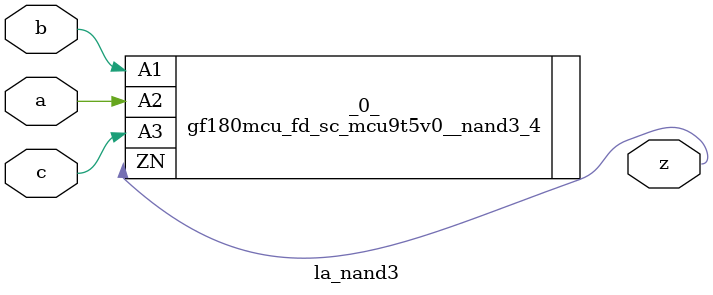
<source format=v>

/* Generated by Yosys 0.44 (git sha1 80ba43d26, g++ 11.4.0-1ubuntu1~22.04 -fPIC -O3) */

(* top =  1  *)
(* src = "generated" *)
module la_nand3 (
    a,
    b,
    c,
    z
);
  (* src = "generated" *)
  input a;
  wire a;
  (* src = "generated" *)
  input b;
  wire b;
  (* src = "generated" *)
  input c;
  wire c;
  (* src = "generated" *)
  output z;
  wire z;
  gf180mcu_fd_sc_mcu9t5v0__nand3_4 _0_ (
      .A1(b),
      .A2(a),
      .A3(c),
      .ZN(z)
  );
endmodule

</source>
